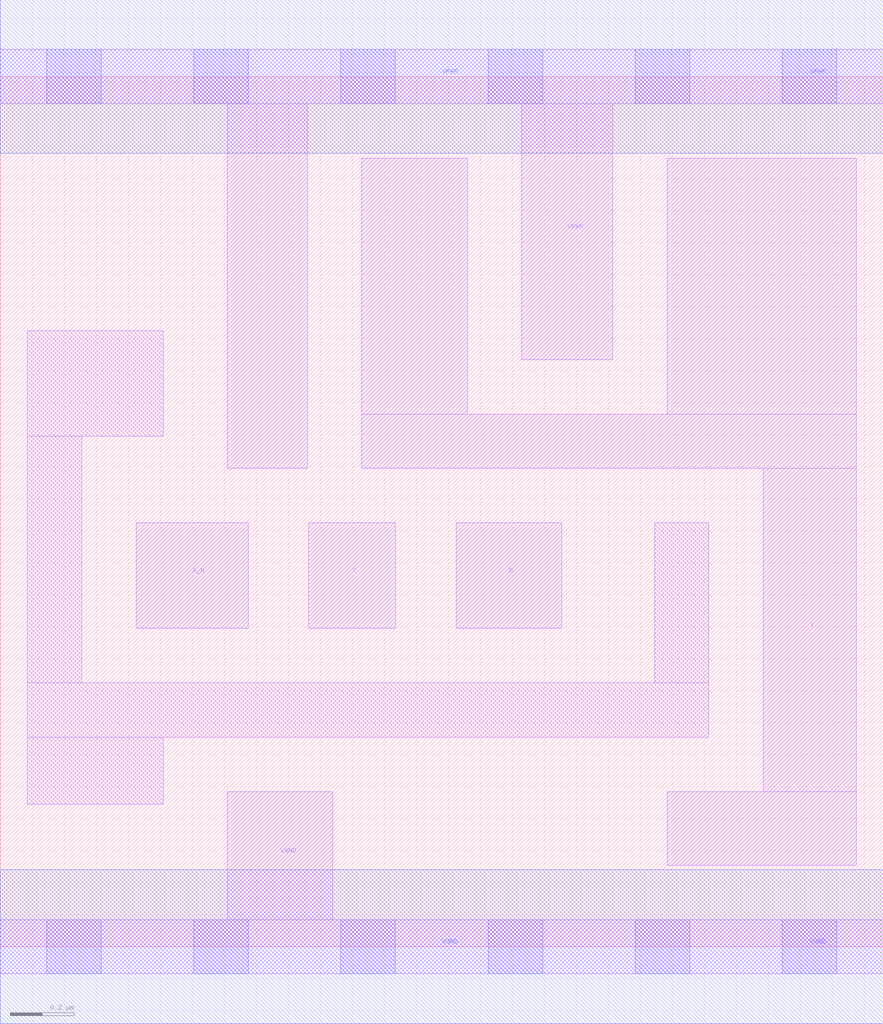
<source format=lef>
# Copyright 2020 The SkyWater PDK Authors
#
# Licensed under the Apache License, Version 2.0 (the "License");
# you may not use this file except in compliance with the License.
# You may obtain a copy of the License at
#
#     https://www.apache.org/licenses/LICENSE-2.0
#
# Unless required by applicable law or agreed to in writing, software
# distributed under the License is distributed on an "AS IS" BASIS,
# WITHOUT WARRANTIES OR CONDITIONS OF ANY KIND, either express or implied.
# See the License for the specific language governing permissions and
# limitations under the License.
#
# SPDX-License-Identifier: Apache-2.0

VERSION 5.7 ;
  NAMESCASESENSITIVE ON ;
  NOWIREEXTENSIONATPIN ON ;
  DIVIDERCHAR "/" ;
  BUSBITCHARS "[]" ;
UNITS
  DATABASE MICRONS 200 ;
END UNITS
MACRO sky130_fd_sc_hd__nand3b_1
  CLASS CORE ;
  SOURCE USER ;
  FOREIGN sky130_fd_sc_hd__nand3b_1 ;
  ORIGIN  0.000000  0.000000 ;
  SIZE  2.760000 BY  2.720000 ;
  SYMMETRY X Y R90 ;
  SITE unithd ;
  PIN A_N
    ANTENNAGATEAREA  0.126000 ;
    DIRECTION INPUT ;
    USE SIGNAL ;
    PORT
      LAYER li1 ;
        RECT 0.425000 0.995000 0.775000 1.325000 ;
    END
  END A_N
  PIN B
    ANTENNAGATEAREA  0.247500 ;
    DIRECTION INPUT ;
    USE SIGNAL ;
    PORT
      LAYER li1 ;
        RECT 1.425000 0.995000 1.755000 1.325000 ;
    END
  END B
  PIN C
    ANTENNAGATEAREA  0.247500 ;
    DIRECTION INPUT ;
    USE SIGNAL ;
    PORT
      LAYER li1 ;
        RECT 0.965000 0.995000 1.235000 1.325000 ;
    END
  END C
  PIN Y
    ANTENNADIFFAREA  0.732000 ;
    DIRECTION OUTPUT ;
    USE SIGNAL ;
    PORT
      LAYER li1 ;
        RECT 1.130000 1.495000 2.675000 1.665000 ;
        RECT 1.130000 1.665000 1.460000 2.465000 ;
        RECT 2.085000 0.255000 2.675000 0.485000 ;
        RECT 2.085000 1.665000 2.675000 2.465000 ;
        RECT 2.385000 0.485000 2.675000 1.495000 ;
    END
  END Y
  PIN VGND
    DIRECTION INOUT ;
    SHAPE ABUTMENT ;
    USE GROUND ;
    PORT
      LAYER li1 ;
        RECT 0.000000 -0.085000 2.760000 0.085000 ;
        RECT 0.710000  0.085000 1.040000 0.485000 ;
      LAYER mcon ;
        RECT 0.145000 -0.085000 0.315000 0.085000 ;
        RECT 0.605000 -0.085000 0.775000 0.085000 ;
        RECT 1.065000 -0.085000 1.235000 0.085000 ;
        RECT 1.525000 -0.085000 1.695000 0.085000 ;
        RECT 1.985000 -0.085000 2.155000 0.085000 ;
        RECT 2.445000 -0.085000 2.615000 0.085000 ;
      LAYER met1 ;
        RECT 0.000000 -0.240000 2.760000 0.240000 ;
    END
  END VGND
  PIN VPWR
    DIRECTION INOUT ;
    SHAPE ABUTMENT ;
    USE POWER ;
    PORT
      LAYER li1 ;
        RECT 0.000000 2.635000 2.760000 2.805000 ;
        RECT 0.710000 1.495000 0.960000 2.635000 ;
        RECT 1.630000 1.835000 1.915000 2.635000 ;
      LAYER mcon ;
        RECT 0.145000 2.635000 0.315000 2.805000 ;
        RECT 0.605000 2.635000 0.775000 2.805000 ;
        RECT 1.065000 2.635000 1.235000 2.805000 ;
        RECT 1.525000 2.635000 1.695000 2.805000 ;
        RECT 1.985000 2.635000 2.155000 2.805000 ;
        RECT 2.445000 2.635000 2.615000 2.805000 ;
      LAYER met1 ;
        RECT 0.000000 2.480000 2.760000 2.960000 ;
    END
  END VPWR
  OBS
    LAYER li1 ;
      RECT 0.085000 0.445000 0.510000 0.655000 ;
      RECT 0.085000 0.655000 2.215000 0.825000 ;
      RECT 0.085000 0.825000 0.255000 1.595000 ;
      RECT 0.085000 1.595000 0.510000 1.925000 ;
      RECT 2.045000 0.825000 2.215000 1.325000 ;
  END
END sky130_fd_sc_hd__nand3b_1
END LIBRARY

</source>
